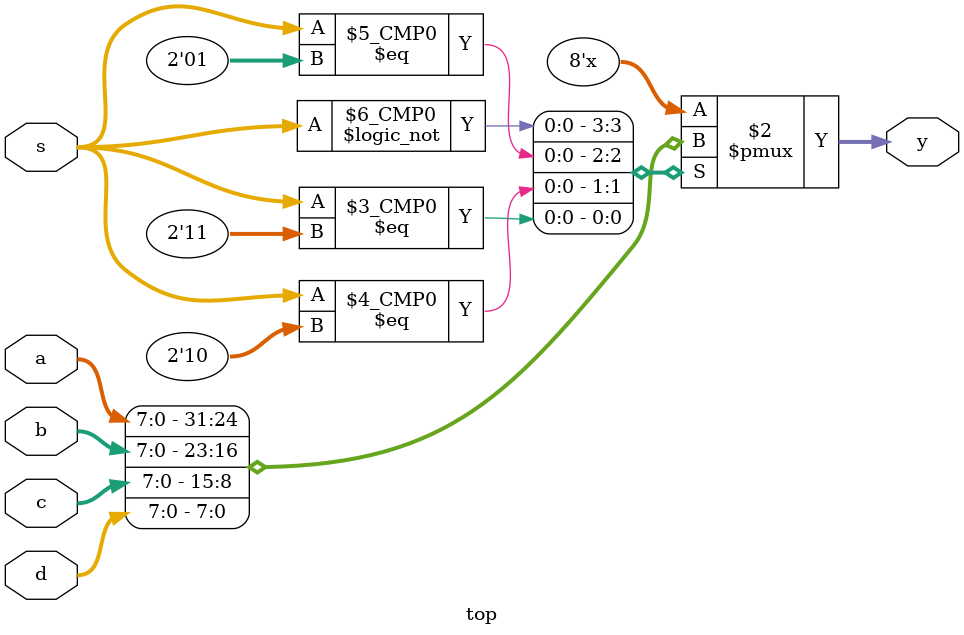
<source format=sv>
module top (input [1:0] s, input [7:0] a, b, c, d, output reg [7:0] y);
  always @* begin
    case (s)
      0: y = a;
      1: y = b;
      2: y = c;
      3: y = d;
    endcase
  end
endmodule

</source>
